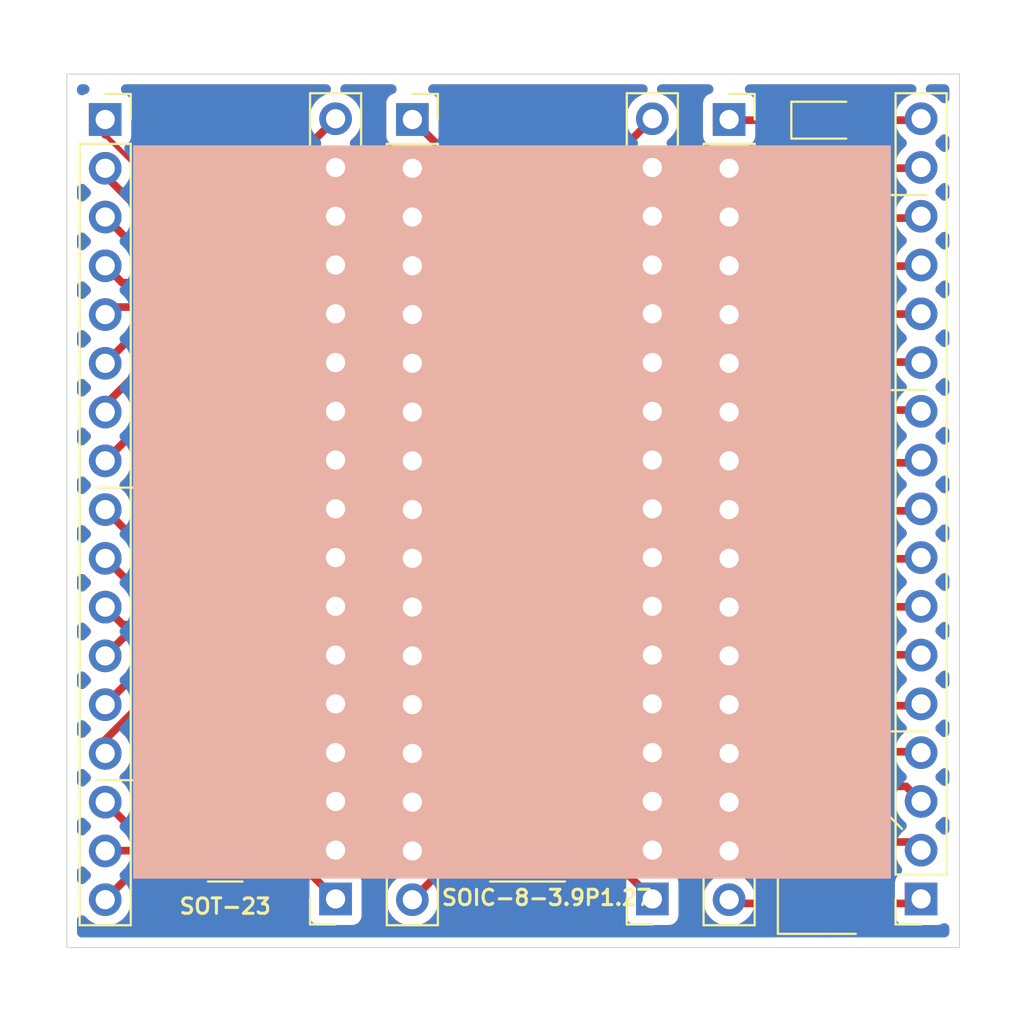
<source format=kicad_pcb>
(kicad_pcb (version 20171130) (host pcbnew 5.1.10)
  (layers (0 F.Cu signal) (31 B.Cu signal) (34 B.Paste user) (35 F.Paste user) (36 B.SilkS user) (37 F.SilkS user) (38 B.Mask user) (39 F.Mask user) (44 Edge.Cuts user))
  (net 0 "")
  (net 1 "Net-(J1-Pad2)")
  (net 2 "Net-(J1-Pad1)")
  (net 3 "Net-(J10-Pad2)")
  (net 4 "Net-(J10-Pad1)")
  (net 5 "Net-(J12-Pad6)")
  (net 6 "Net-(J12-Pad5)")
  (net 7 "Net-(J12-Pad4)")
  (net 8 "Net-(J12-Pad3)")
  (net 9 "Net-(J12-Pad2)")
  (net 10 "Net-(J12-Pad1)")
  (net 11 "Net-(J13-Pad12)")
  (net 12 "Net-(J13-Pad11)")
  (net 13 "Net-(J13-Pad10)")
  (net 14 "Net-(J13-Pad9)")
  (net 15 "Net-(J13-Pad8)")
  (net 16 "Net-(J13-Pad7)")
  (net 17 "Net-(J17-Pad2)")
  (net 18 "Net-(J18-Pad16)")
  (net 19 "Net-(J16-Pad2)")
  (net 20 "Net-(J18-Pad15)")
  (net 21 "Net-(J16-Pad3)")
  (net 22 "Net-(J12-Pad17)")
  (net 23 "Net-(J12-Pad16)")
  (net 24 "Net-(J12-Pad15)")
  (net 25 "Net-(J12-Pad14)")
  (net 26 "Net-(J12-Pad13)")
  (net 27 "Net-(J12-Pad12)")
  (net 28 "Net-(J12-Pad11)")
  (net 29 "Net-(J12-Pad10)")
  (net 30 "Net-(J11-Pad8)")
  (net 31 "Net-(J11-Pad7)")
  (net 32 "Net-(J11-Pad6)")
  (net 33 "Net-(J11-Pad5)")
  (net 34 "Net-(J11-Pad4)")
  (net 35 "Net-(J11-Pad3)")
  (net 36 "Net-(J11-Pad2)")
  (net 37 "Net-(J11-Pad1)")
  (net 38 "Net-(J15-Pad17)")
  (net 39 "Net-(J15-Pad16)")
  (net 40 "Net-(J15-Pad15)")
  (net 41 "Net-(J15-Pad14)")
  (net 42 "Net-(J15-Pad13)")
  (net 43 "Net-(J15-Pad12)")
  (net 44 "Net-(J15-Pad11)")
  (net 45 "Net-(J13-Pad6)")
  (net 46 "Net-(J13-Pad5)")
  (net 47 "Net-(J13-Pad4)")
  (net 48 "Net-(J13-Pad3)")
  (net 49 "Net-(J13-Pad2)")
  (net 50 "Net-(J13-Pad1)")
  (net 51 "Net-(J18-Pad14)")
  (net 52 "Net-(J16-Pad4)")
  (net 53 "Net-(J18-Pad13)")
  (net 54 "Net-(J16-Pad5)")
  (net 55 "Net-(J18-Pad12)")
  (net 56 "Net-(J16-Pad6)")
  (net 57 "Net-(J18-Pad11)")
  (net 58 "Net-(J16-Pad7)")
  (net 59 "Net-(J14-Pad5)")
  (net 60 "Net-(J14-Pad6)")
  (net 61 "Net-(J14-Pad4)")
  (net 62 "Net-(J16-Pad9)")
  (net 63 "Net-(J18-Pad8)")
  (net 64 "Net-(J16-Pad10)")
  (net 65 "Net-(J12-Pad9)")
  (net 66 "Net-(J12-Pad8)")
  (net 67 "Net-(J12-Pad7)")
  (net 68 "Net-(J11-Pad14)")
  (net 69 "Net-(J11-Pad13)")
  (net 70 "Net-(J11-Pad12)")
  (net 71 "Net-(J11-Pad11)")
  (net 72 "Net-(J11-Pad10)")
  (net 73 "Net-(J11-Pad9)")
  (net 74 "Net-(J18-Pad7)")
  (net 75 "Net-(J16-Pad11)")
  (net 76 "Net-(J15-Pad6)")
  (net 77 "Net-(J15-Pad7)")
  (net 78 "Net-(J15-Pad5)")
  (net 79 "Net-(J13-Pad13)")
  (net 80 "Net-(J18-Pad6)")
  (net 81 "Net-(J16-Pad12)")
  (net 82 "Net-(J18-Pad5)")
  (net 83 "Net-(J16-Pad13)")
  (net 84 "Net-(J15-Pad4)")
  (net 85 "Net-(J15-Pad3)")
  (net 86 "Net-(J15-Pad2)")
  (net 87 "Net-(J15-Pad1)")
  (net 88 "Net-(J13-Pad17)")
  (net 89 "Net-(J13-Pad16)")
  (net 90 "Net-(J13-Pad15)")
  (net 91 "Net-(J13-Pad14)")
  (net 92 "Net-(J18-Pad3)")
  (net 93 "Net-(J16-Pad15)")
  (net 94 "Net-(J11-Pad17)")
  (net 95 "Net-(J11-Pad16)")
  (net 96 "Net-(J11-Pad15)")
  (net 97 "Net-(J18-Pad2)")
  (net 98 "Net-(J16-Pad16)")
  (net 99 "Net-(J18-Pad1)")
  (net 100 "Net-(J16-Pad17)")
  (net 101 "Net-(J16-Pad1)")
  (net 102 "Net-(J18-Pad17)")
  (module Package_SO:MSOP-12-1EP_3x4mm_P0.65mm_EP1.65x2.85mm (layer F.Cu) (at 44.5 73.5)
    (fp_text reference J20 hide)
    (fp_text value MSOP-12-3P0.65 (at 2.4 2.95) (layer F.SilkS))
    (pad 13 smd rect (at 0 0) (size 1.65 2.85) (layers F.Cu F.Mask))
    (pad 12 smd roundrect (at 2.15 -1.625) (size 1.45 0.4) (layers F.Cu F.Paste F.Mask) (net 65 "Net-(J12-Pad9)"))
    (pad 11 smd roundrect (at 2.15 -0.975) (size 1.45 0.4) (layers F.Cu F.Paste F.Mask) (net 66 "Net-(J12-Pad8)"))
    (pad 10 smd roundrect (at 2.15 -0.325) (size 1.45 0.4) (layers F.Cu F.Paste F.Mask) (net 67 "Net-(J12-Pad7)"))
    (pad 9 smd roundrect (at 2.15 0.325) (size 1.45 0.4) (layers F.Cu F.Paste F.Mask) (net 5 "Net-(J12-Pad6)"))
    (pad 8 smd roundrect (at 2.15 0.975) (size 1.45 0.4) (layers F.Cu F.Paste F.Mask) (net 6 "Net-(J12-Pad5)"))
    (pad 7 smd roundrect (at 2.15 1.625) (size 1.45 0.4) (layers F.Cu F.Paste F.Mask) (net 7 "Net-(J12-Pad4)"))
    (pad 6 smd roundrect (at -2.15 1.625) (size 1.45 0.4) (layers F.Cu F.Paste F.Mask) (net 68 "Net-(J11-Pad14)"))
    (pad 5 smd roundrect (at -2.15 0.975) (size 1.45 0.4) (layers F.Cu F.Paste F.Mask) (net 69 "Net-(J11-Pad13)"))
    (pad 4 smd roundrect (at -2.15 0.325) (size 1.45 0.4) (layers F.Cu F.Paste F.Mask) (net 70 "Net-(J11-Pad12)"))
    (pad 3 smd roundrect (at -2.15 -0.325) (size 1.45 0.4) (layers F.Cu F.Paste F.Mask) (net 71 "Net-(J11-Pad11)"))
    (pad 2 smd roundrect (at -2.15 -0.975) (size 1.45 0.4) (layers F.Cu F.Paste F.Mask) (net 72 "Net-(J11-Pad10)"))
    (pad 1 smd roundrect (at -2.15 -1.625) (size 1.45 0.4) (layers F.Cu F.Paste F.Mask) (net 73 "Net-(J11-Pad9)"))
  )
  (module Connector_PinSocket_2.54mm:PinSocket_1x17_P2.54mm_Vertical (layer F.Cu) (at 81 87.464999 180)
    (fp_text reference J18 hide)
    (fp_text value Conn_01x17 hide)
    (pad 17 thru_hole oval (at 0 40.64 180) (size 1.7 1.7) (drill 1) (layers *.Cu *.Mask) (net 102 "Net-(J18-Pad17)"))
    (pad 16 thru_hole oval (at 0 38.1 180) (size 1.7 1.7) (drill 1) (layers *.Cu *.Mask) (net 18 "Net-(J18-Pad16)"))
    (pad 15 thru_hole oval (at 0 35.56 180) (size 1.7 1.7) (drill 1) (layers *.Cu *.Mask) (net 20 "Net-(J18-Pad15)"))
    (pad 14 thru_hole oval (at 0 33.02 180) (size 1.7 1.7) (drill 1) (layers *.Cu *.Mask) (net 51 "Net-(J18-Pad14)"))
    (pad 13 thru_hole oval (at 0 30.48 180) (size 1.7 1.7) (drill 1) (layers *.Cu *.Mask) (net 53 "Net-(J18-Pad13)"))
    (pad 12 thru_hole oval (at 0 27.94 180) (size 1.7 1.7) (drill 1) (layers *.Cu *.Mask) (net 55 "Net-(J18-Pad12)"))
    (pad 11 thru_hole oval (at 0 25.4 180) (size 1.7 1.7) (drill 1) (layers *.Cu *.Mask) (net 57 "Net-(J18-Pad11)"))
    (pad 10 thru_hole oval (at 0 22.86 180) (size 1.7 1.7) (drill 1) (layers *.Cu *.Mask) (net 3 "Net-(J10-Pad2)"))
    (pad 9 thru_hole oval (at 0 20.32 180) (size 1.7 1.7) (drill 1) (layers *.Cu *.Mask) (net 17 "Net-(J17-Pad2)"))
    (pad 8 thru_hole oval (at 0 17.78 180) (size 1.7 1.7) (drill 1) (layers *.Cu *.Mask) (net 63 "Net-(J18-Pad8)"))
    (pad 7 thru_hole oval (at 0 15.24 180) (size 1.7 1.7) (drill 1) (layers *.Cu *.Mask) (net 74 "Net-(J18-Pad7)"))
    (pad 6 thru_hole oval (at 0 12.7 180) (size 1.7 1.7) (drill 1) (layers *.Cu *.Mask) (net 80 "Net-(J18-Pad6)"))
    (pad 5 thru_hole oval (at 0 10.16 180) (size 1.7 1.7) (drill 1) (layers *.Cu *.Mask) (net 82 "Net-(J18-Pad5)"))
    (pad 4 thru_hole oval (at 0 7.62 180) (size 1.7 1.7) (drill 1) (layers *.Cu *.Mask) (net 1 "Net-(J1-Pad2)"))
    (pad 3 thru_hole oval (at 0 5.08 180) (size 1.7 1.7) (drill 1) (layers *.Cu *.Mask) (net 92 "Net-(J18-Pad3)"))
    (pad 2 thru_hole oval (at 0 2.54 180) (size 1.7 1.7) (drill 1) (layers *.Cu *.Mask) (net 97 "Net-(J18-Pad2)"))
    (pad 1 thru_hole rect (at 0 0 180) (size 1.7 1.7) (drill 1) (layers *.Cu *.Mask) (net 99 "Net-(J18-Pad1)"))
  )
  (module Connector_PinSocket_2.54mm:PinSocket_1x17_P2.54mm_Vertical (layer F.Cu) (at 71 46.864999)
    (fp_text reference J16 hide)
    (fp_text value Conn_01x17 hide)
    (pad 17 thru_hole oval (at 0 40.64) (size 1.7 1.7) (drill 1) (layers *.Cu *.Mask) (net 100 "Net-(J16-Pad17)"))
    (pad 16 thru_hole oval (at 0 38.1) (size 1.7 1.7) (drill 1) (layers *.Cu *.Mask) (net 98 "Net-(J16-Pad16)"))
    (pad 15 thru_hole oval (at 0 35.56) (size 1.7 1.7) (drill 1) (layers *.Cu *.Mask) (net 93 "Net-(J16-Pad15)"))
    (pad 14 thru_hole oval (at 0 33.02) (size 1.7 1.7) (drill 1) (layers *.Cu *.Mask) (net 2 "Net-(J1-Pad1)"))
    (pad 13 thru_hole oval (at 0 30.48) (size 1.7 1.7) (drill 1) (layers *.Cu *.Mask) (net 83 "Net-(J16-Pad13)"))
    (pad 12 thru_hole oval (at 0 27.94) (size 1.7 1.7) (drill 1) (layers *.Cu *.Mask) (net 81 "Net-(J16-Pad12)"))
    (pad 11 thru_hole oval (at 0 25.4) (size 1.7 1.7) (drill 1) (layers *.Cu *.Mask) (net 75 "Net-(J16-Pad11)"))
    (pad 10 thru_hole oval (at 0 22.86) (size 1.7 1.7) (drill 1) (layers *.Cu *.Mask) (net 64 "Net-(J16-Pad10)"))
    (pad 9 thru_hole oval (at 0 20.32) (size 1.7 1.7) (drill 1) (layers *.Cu *.Mask) (net 62 "Net-(J16-Pad9)"))
    (pad 8 thru_hole oval (at 0 17.78) (size 1.7 1.7) (drill 1) (layers *.Cu *.Mask) (net 4 "Net-(J10-Pad1)"))
    (pad 7 thru_hole oval (at 0 15.24) (size 1.7 1.7) (drill 1) (layers *.Cu *.Mask) (net 58 "Net-(J16-Pad7)"))
    (pad 6 thru_hole oval (at 0 12.7) (size 1.7 1.7) (drill 1) (layers *.Cu *.Mask) (net 56 "Net-(J16-Pad6)"))
    (pad 5 thru_hole oval (at 0 10.16) (size 1.7 1.7) (drill 1) (layers *.Cu *.Mask) (net 54 "Net-(J16-Pad5)"))
    (pad 4 thru_hole oval (at 0 7.62) (size 1.7 1.7) (drill 1) (layers *.Cu *.Mask) (net 52 "Net-(J16-Pad4)"))
    (pad 3 thru_hole oval (at 0 5.08) (size 1.7 1.7) (drill 1) (layers *.Cu *.Mask) (net 21 "Net-(J16-Pad3)"))
    (pad 2 thru_hole oval (at 0 2.54) (size 1.7 1.7) (drill 1) (layers *.Cu *.Mask) (net 19 "Net-(J16-Pad2)"))
    (pad 1 thru_hole rect (at 0 0) (size 1.7 1.7) (drill 1) (layers *.Cu *.Mask) (net 101 "Net-(J16-Pad1)"))
  )
  (module Connector_PinSocket_2.54mm:PinSocket_1x17_P2.54mm_Vertical (layer F.Cu) (at 67 87.464999 180)
    (fp_text reference J15 hide)
    (fp_text value Conn_01x17 hide)
    (pad 17 thru_hole oval (at 0 40.64 180) (size 1.7 1.7) (drill 1) (layers *.Cu *.Mask) (net 38 "Net-(J15-Pad17)"))
    (pad 16 thru_hole oval (at 0 38.1 180) (size 1.7 1.7) (drill 1) (layers *.Cu *.Mask) (net 39 "Net-(J15-Pad16)"))
    (pad 15 thru_hole oval (at 0 35.56 180) (size 1.7 1.7) (drill 1) (layers *.Cu *.Mask) (net 40 "Net-(J15-Pad15)"))
    (pad 14 thru_hole oval (at 0 33.02 180) (size 1.7 1.7) (drill 1) (layers *.Cu *.Mask) (net 41 "Net-(J15-Pad14)"))
    (pad 13 thru_hole oval (at 0 30.48 180) (size 1.7 1.7) (drill 1) (layers *.Cu *.Mask) (net 42 "Net-(J15-Pad13)"))
    (pad 12 thru_hole oval (at 0 27.94 180) (size 1.7 1.7) (drill 1) (layers *.Cu *.Mask) (net 43 "Net-(J15-Pad12)"))
    (pad 11 thru_hole oval (at 0 25.4 180) (size 1.7 1.7) (drill 1) (layers *.Cu *.Mask) (net 44 "Net-(J15-Pad11)"))
    (pad 10 thru_hole oval (at 0 22.86 180) (size 1.7 1.7) (drill 1) (layers *.Cu *.Mask) (net 60 "Net-(J14-Pad6)"))
    (pad 9 thru_hole oval (at 0 20.32 180) (size 1.7 1.7) (drill 1) (layers *.Cu *.Mask) (net 59 "Net-(J14-Pad5)"))
    (pad 8 thru_hole oval (at 0 17.78 180) (size 1.7 1.7) (drill 1) (layers *.Cu *.Mask) (net 61 "Net-(J14-Pad4)"))
    (pad 7 thru_hole oval (at 0 15.24 180) (size 1.7 1.7) (drill 1) (layers *.Cu *.Mask) (net 77 "Net-(J15-Pad7)"))
    (pad 6 thru_hole oval (at 0 12.7 180) (size 1.7 1.7) (drill 1) (layers *.Cu *.Mask) (net 76 "Net-(J15-Pad6)"))
    (pad 5 thru_hole oval (at 0 10.16 180) (size 1.7 1.7) (drill 1) (layers *.Cu *.Mask) (net 78 "Net-(J15-Pad5)"))
    (pad 4 thru_hole oval (at 0 7.62 180) (size 1.7 1.7) (drill 1) (layers *.Cu *.Mask) (net 84 "Net-(J15-Pad4)"))
    (pad 3 thru_hole oval (at 0 5.08 180) (size 1.7 1.7) (drill 1) (layers *.Cu *.Mask) (net 85 "Net-(J15-Pad3)"))
    (pad 2 thru_hole oval (at 0 2.54 180) (size 1.7 1.7) (drill 1) (layers *.Cu *.Mask) (net 86 "Net-(J15-Pad2)"))
    (pad 1 thru_hole rect (at 0 0 180) (size 1.7 1.7) (drill 1) (layers *.Cu *.Mask) (net 87 "Net-(J15-Pad1)"))
  )
  (module Connector_PinSocket_2.54mm:PinSocket_1x17_P2.54mm_Vertical (layer F.Cu) (at 54.5 46.864999)
    (fp_text reference J13 hide)
    (fp_text value Conn_01x17 hide)
    (pad 17 thru_hole oval (at 0 40.64) (size 1.7 1.7) (drill 1) (layers *.Cu *.Mask) (net 88 "Net-(J13-Pad17)"))
    (pad 16 thru_hole oval (at 0 38.1) (size 1.7 1.7) (drill 1) (layers *.Cu *.Mask) (net 89 "Net-(J13-Pad16)"))
    (pad 15 thru_hole oval (at 0 35.56) (size 1.7 1.7) (drill 1) (layers *.Cu *.Mask) (net 90 "Net-(J13-Pad15)"))
    (pad 14 thru_hole oval (at 0 33.02) (size 1.7 1.7) (drill 1) (layers *.Cu *.Mask) (net 91 "Net-(J13-Pad14)"))
    (pad 13 thru_hole oval (at 0 30.48) (size 1.7 1.7) (drill 1) (layers *.Cu *.Mask) (net 79 "Net-(J13-Pad13)"))
    (pad 12 thru_hole oval (at 0 27.94) (size 1.7 1.7) (drill 1) (layers *.Cu *.Mask) (net 11 "Net-(J13-Pad12)"))
    (pad 11 thru_hole oval (at 0 25.4) (size 1.7 1.7) (drill 1) (layers *.Cu *.Mask) (net 12 "Net-(J13-Pad11)"))
    (pad 10 thru_hole oval (at 0 22.86) (size 1.7 1.7) (drill 1) (layers *.Cu *.Mask) (net 13 "Net-(J13-Pad10)"))
    (pad 9 thru_hole oval (at 0 20.32) (size 1.7 1.7) (drill 1) (layers *.Cu *.Mask) (net 14 "Net-(J13-Pad9)"))
    (pad 8 thru_hole oval (at 0 17.78) (size 1.7 1.7) (drill 1) (layers *.Cu *.Mask) (net 15 "Net-(J13-Pad8)"))
    (pad 7 thru_hole oval (at 0 15.24) (size 1.7 1.7) (drill 1) (layers *.Cu *.Mask) (net 16 "Net-(J13-Pad7)"))
    (pad 6 thru_hole oval (at 0 12.7) (size 1.7 1.7) (drill 1) (layers *.Cu *.Mask) (net 45 "Net-(J13-Pad6)"))
    (pad 5 thru_hole oval (at 0 10.16) (size 1.7 1.7) (drill 1) (layers *.Cu *.Mask) (net 46 "Net-(J13-Pad5)"))
    (pad 4 thru_hole oval (at 0 7.62) (size 1.7 1.7) (drill 1) (layers *.Cu *.Mask) (net 47 "Net-(J13-Pad4)"))
    (pad 3 thru_hole oval (at 0 5.08) (size 1.7 1.7) (drill 1) (layers *.Cu *.Mask) (net 48 "Net-(J13-Pad3)"))
    (pad 2 thru_hole oval (at 0 2.54) (size 1.7 1.7) (drill 1) (layers *.Cu *.Mask) (net 49 "Net-(J13-Pad2)"))
    (pad 1 thru_hole rect (at 0 0) (size 1.7 1.7) (drill 1) (layers *.Cu *.Mask) (net 50 "Net-(J13-Pad1)"))
  )
  (module Connector_PinSocket_2.54mm:PinSocket_1x17_P2.54mm_Vertical (layer F.Cu) (at 50.5 87.464999 180)
    (fp_text reference J12 hide)
    (fp_text value Conn_01x17 hide)
    (pad 17 thru_hole oval (at 0 40.64 180) (size 1.7 1.7) (drill 1) (layers *.Cu *.Mask) (net 22 "Net-(J12-Pad17)"))
    (pad 16 thru_hole oval (at 0 38.1 180) (size 1.7 1.7) (drill 1) (layers *.Cu *.Mask) (net 23 "Net-(J12-Pad16)"))
    (pad 15 thru_hole oval (at 0 35.56 180) (size 1.7 1.7) (drill 1) (layers *.Cu *.Mask) (net 24 "Net-(J12-Pad15)"))
    (pad 14 thru_hole oval (at 0 33.02 180) (size 1.7 1.7) (drill 1) (layers *.Cu *.Mask) (net 25 "Net-(J12-Pad14)"))
    (pad 13 thru_hole oval (at 0 30.48 180) (size 1.7 1.7) (drill 1) (layers *.Cu *.Mask) (net 26 "Net-(J12-Pad13)"))
    (pad 12 thru_hole oval (at 0 27.94 180) (size 1.7 1.7) (drill 1) (layers *.Cu *.Mask) (net 27 "Net-(J12-Pad12)"))
    (pad 11 thru_hole oval (at 0 25.4 180) (size 1.7 1.7) (drill 1) (layers *.Cu *.Mask) (net 28 "Net-(J12-Pad11)"))
    (pad 10 thru_hole oval (at 0 22.86 180) (size 1.7 1.7) (drill 1) (layers *.Cu *.Mask) (net 29 "Net-(J12-Pad10)"))
    (pad 9 thru_hole oval (at 0 20.32 180) (size 1.7 1.7) (drill 1) (layers *.Cu *.Mask) (net 65 "Net-(J12-Pad9)"))
    (pad 8 thru_hole oval (at 0 17.78 180) (size 1.7 1.7) (drill 1) (layers *.Cu *.Mask) (net 66 "Net-(J12-Pad8)"))
    (pad 7 thru_hole oval (at 0 15.24 180) (size 1.7 1.7) (drill 1) (layers *.Cu *.Mask) (net 67 "Net-(J12-Pad7)"))
    (pad 6 thru_hole oval (at 0 12.7 180) (size 1.7 1.7) (drill 1) (layers *.Cu *.Mask) (net 5 "Net-(J12-Pad6)"))
    (pad 5 thru_hole oval (at 0 10.16 180) (size 1.7 1.7) (drill 1) (layers *.Cu *.Mask) (net 6 "Net-(J12-Pad5)"))
    (pad 4 thru_hole oval (at 0 7.62 180) (size 1.7 1.7) (drill 1) (layers *.Cu *.Mask) (net 7 "Net-(J12-Pad4)"))
    (pad 3 thru_hole oval (at 0 5.08 180) (size 1.7 1.7) (drill 1) (layers *.Cu *.Mask) (net 8 "Net-(J12-Pad3)"))
    (pad 2 thru_hole oval (at 0 2.54 180) (size 1.7 1.7) (drill 1) (layers *.Cu *.Mask) (net 9 "Net-(J12-Pad2)"))
    (pad 1 thru_hole rect (at 0 0 180) (size 1.7 1.7) (drill 1) (layers *.Cu *.Mask) (net 10 "Net-(J12-Pad1)"))
  )
  (module Connector_PinSocket_2.54mm:PinSocket_1x17_P2.54mm_Vertical (layer F.Cu) (at 38.5 46.864999)
    (fp_text reference J11 hide)
    (fp_text value Conn_01x17 hide)
    (pad 17 thru_hole oval (at 0 40.64) (size 1.7 1.7) (drill 1) (layers *.Cu *.Mask) (net 94 "Net-(J11-Pad17)"))
    (pad 16 thru_hole oval (at 0 38.1) (size 1.7 1.7) (drill 1) (layers *.Cu *.Mask) (net 95 "Net-(J11-Pad16)"))
    (pad 15 thru_hole oval (at 0 35.56) (size 1.7 1.7) (drill 1) (layers *.Cu *.Mask) (net 96 "Net-(J11-Pad15)"))
    (pad 14 thru_hole oval (at 0 33.02) (size 1.7 1.7) (drill 1) (layers *.Cu *.Mask) (net 68 "Net-(J11-Pad14)"))
    (pad 13 thru_hole oval (at 0 30.48) (size 1.7 1.7) (drill 1) (layers *.Cu *.Mask) (net 69 "Net-(J11-Pad13)"))
    (pad 12 thru_hole oval (at 0 27.94) (size 1.7 1.7) (drill 1) (layers *.Cu *.Mask) (net 70 "Net-(J11-Pad12)"))
    (pad 11 thru_hole oval (at 0 25.4) (size 1.7 1.7) (drill 1) (layers *.Cu *.Mask) (net 71 "Net-(J11-Pad11)"))
    (pad 10 thru_hole oval (at 0 22.86) (size 1.7 1.7) (drill 1) (layers *.Cu *.Mask) (net 72 "Net-(J11-Pad10)"))
    (pad 9 thru_hole oval (at 0 20.32) (size 1.7 1.7) (drill 1) (layers *.Cu *.Mask) (net 73 "Net-(J11-Pad9)"))
    (pad 8 thru_hole oval (at 0 17.78) (size 1.7 1.7) (drill 1) (layers *.Cu *.Mask) (net 30 "Net-(J11-Pad8)"))
    (pad 7 thru_hole oval (at 0 15.24) (size 1.7 1.7) (drill 1) (layers *.Cu *.Mask) (net 31 "Net-(J11-Pad7)"))
    (pad 6 thru_hole oval (at 0 12.7) (size 1.7 1.7) (drill 1) (layers *.Cu *.Mask) (net 32 "Net-(J11-Pad6)"))
    (pad 5 thru_hole oval (at 0 10.16) (size 1.7 1.7) (drill 1) (layers *.Cu *.Mask) (net 33 "Net-(J11-Pad5)"))
    (pad 4 thru_hole oval (at 0 7.62) (size 1.7 1.7) (drill 1) (layers *.Cu *.Mask) (net 34 "Net-(J11-Pad4)"))
    (pad 3 thru_hole oval (at 0 5.08) (size 1.7 1.7) (drill 1) (layers *.Cu *.Mask) (net 35 "Net-(J11-Pad3)"))
    (pad 2 thru_hole oval (at 0 2.54) (size 1.7 1.7) (drill 1) (layers *.Cu *.Mask) (net 36 "Net-(J11-Pad2)"))
    (pad 1 thru_hole rect (at 0 0) (size 1.7 1.7) (drill 1) (layers *.Cu *.Mask) (net 37 "Net-(J11-Pad1)"))
  )
  (module Package_TO_SOT_SMD:SOT-23-6_Handsoldering (layer F.Cu) (at 44.75 84.95)
    (fp_text reference J28 hide)
    (fp_text value SOT-23 (at 0 2.9) (layer F.SilkS) (effects (font (size 0.8 0.8) (thickness 0.16))))
    (pad 5 smd rect (at 1.35 0) (size 1.56 0.65) (layers F.Cu F.Paste F.Mask) (net 9 "Net-(J12-Pad2)"))
    (pad 6 smd rect (at 1.35 -0.95) (size 1.56 0.65) (layers F.Cu F.Paste F.Mask) (net 8 "Net-(J12-Pad3)"))
    (pad 4 smd rect (at 1.35 0.95) (size 1.56 0.65) (layers F.Cu F.Paste F.Mask) (net 10 "Net-(J12-Pad1)"))
    (pad 3 smd rect (at -1.35 0.95) (size 1.56 0.65) (layers F.Cu F.Paste F.Mask) (net 94 "Net-(J11-Pad17)"))
    (pad 2 smd rect (at -1.35 0) (size 1.56 0.65) (layers F.Cu F.Paste F.Mask) (net 95 "Net-(J11-Pad16)"))
    (pad 1 smd rect (at -1.35 -0.95) (size 1.56 0.65) (layers F.Cu F.Paste F.Mask) (net 96 "Net-(J11-Pad15)"))
  )
  (module Package_SO:SOIC-8_3.9x4.9mm_P1.27mm (layer F.Cu) (at 60.5 84)
    (fp_text reference J26 hide)
    (fp_text value SOIC-8-3.9P1.27 (at 1 3.4) (layer F.SilkS) (effects (font (size 0.8 0.8) (thickness 0.16))))
    (pad 8 smd roundrect (at 2.475 -1.905) (size 1.95 0.6) (layers F.Cu F.Paste F.Mask) (net 84 "Net-(J15-Pad4)"))
    (pad 7 smd roundrect (at 2.475 -0.635) (size 1.95 0.6) (layers F.Cu F.Paste F.Mask) (net 85 "Net-(J15-Pad3)"))
    (pad 6 smd roundrect (at 2.475 0.635) (size 1.95 0.6) (layers F.Cu F.Paste F.Mask) (net 86 "Net-(J15-Pad2)"))
    (pad 5 smd roundrect (at 2.475 1.905) (size 1.95 0.6) (layers F.Cu F.Paste F.Mask) (net 87 "Net-(J15-Pad1)"))
    (pad 4 smd roundrect (at -2.475 1.905) (size 1.95 0.6) (layers F.Cu F.Paste F.Mask) (net 88 "Net-(J13-Pad17)"))
    (pad 3 smd roundrect (at -2.475 0.635) (size 1.95 0.6) (layers F.Cu F.Paste F.Mask) (net 89 "Net-(J13-Pad16)"))
    (pad 2 smd roundrect (at -2.475 -0.635) (size 1.95 0.6) (layers F.Cu F.Paste F.Mask) (net 90 "Net-(J13-Pad15)"))
    (pad 1 smd roundrect (at -2.475 -1.905) (size 1.95 0.6) (layers F.Cu F.Paste F.Mask) (net 91 "Net-(J13-Pad14)"))
  )
  (module Package_TO_SOT_SMD:SOT-23-6_Handsoldering (layer F.Cu) (at 60.85 75)
    (fp_text reference J22 hide)
    (fp_text value SOT-23 (at 0 2.9) (layer F.SilkS) (effects (font (size 0.8 0.8) (thickness 0.16))))
    (pad 5 smd rect (at 1.35 0) (size 1.56 0.65) (layers F.Cu F.Paste F.Mask) (net 76 "Net-(J15-Pad6)"))
    (pad 6 smd rect (at 1.35 -0.95) (size 1.56 0.65) (layers F.Cu F.Paste F.Mask) (net 77 "Net-(J15-Pad7)"))
    (pad 4 smd rect (at 1.35 0.95) (size 1.56 0.65) (layers F.Cu F.Paste F.Mask) (net 78 "Net-(J15-Pad5)"))
    (pad 3 smd rect (at -1.35 0.95) (size 1.56 0.65) (layers F.Cu F.Paste F.Mask) (net 79 "Net-(J13-Pad13)"))
    (pad 2 smd rect (at -1.35 0) (size 1.56 0.65) (layers F.Cu F.Paste F.Mask) (net 11 "Net-(J13-Pad12)"))
    (pad 1 smd rect (at -1.35 -0.95) (size 1.56 0.65) (layers F.Cu F.Paste F.Mask) (net 12 "Net-(J13-Pad11)"))
  )
  (module Diode_SMD:D_0603_1608Metric_Pad1.05x0.95mm_HandSolder (layer F.Cu) (at 76 72.25)
    (fp_text reference J21 hide)
    (fp_text value 0603 hide)
    (pad 2 smd roundrect (at 0.875 0) (size 1.05 0.95) (layers F.Cu F.Paste F.Mask) (net 74 "Net-(J18-Pad7)"))
    (pad 1 smd roundrect (at -0.875 0) (size 1.05 0.95) (layers F.Cu F.Paste F.Mask) (net 75 "Net-(J16-Pad11)"))
  )
  (module Diode_SMD:D_0603_1608Metric_Pad1.05x0.95mm_HandSolder (layer F.Cu) (at 76 69.75)
    (fp_text reference J19 hide)
    (fp_text value 0603 hide)
    (pad 2 smd roundrect (at 0.875 0) (size 1.05 0.95) (layers F.Cu F.Paste F.Mask) (net 63 "Net-(J18-Pad8)"))
    (pad 1 smd roundrect (at -0.875 0) (size 1.05 0.95) (layers F.Cu F.Paste F.Mask) (net 64 "Net-(J16-Pad10)"))
  )
  (module Diode_SMD:D_0603_1608Metric_Pad1.05x0.95mm_HandSolder (layer F.Cu) (at 76 67.25)
    (fp_text reference J17 hide)
    (fp_text value 0603 hide)
    (pad 2 smd roundrect (at 0.875 0) (size 1.05 0.95) (layers F.Cu F.Paste F.Mask) (net 17 "Net-(J17-Pad2)"))
    (pad 1 smd roundrect (at -0.875 0) (size 1.05 0.95) (layers F.Cu F.Paste F.Mask) (net 62 "Net-(J16-Pad9)"))
  )
  (module Diode_SMD:D_0402_1005Metric_Pad0.77x0.64mm_HandSolder (layer F.Cu) (at 76 59.5)
    (fp_text reference J8 hide)
    (fp_text value 0402 hide)
    (pad 1 smd roundrect (at -0.5725 0) (size 0.765 0.64) (layers F.Cu F.Paste F.Mask) (net 56 "Net-(J16-Pad6)"))
    (pad 2 smd roundrect (at 0.5725 0) (size 0.765 0.64) (layers F.Cu F.Paste F.Mask) (net 55 "Net-(J18-Pad12)"))
  )
  (module Diode_SMD:D_0402_1005Metric_Pad0.77x0.64mm_HandSolder (layer F.Cu) (at 76 57)
    (fp_text reference J7 hide)
    (fp_text value 0402 hide)
    (pad 1 smd roundrect (at -0.5725 0) (size 0.765 0.64) (layers F.Cu F.Paste F.Mask) (net 54 "Net-(J16-Pad5)"))
    (pad 2 smd roundrect (at 0.5725 0) (size 0.765 0.64) (layers F.Cu F.Paste F.Mask) (net 53 "Net-(J18-Pad13)"))
  )
  (module Diode_SMD:D_1210_3225Metric_Pad1.42x2.65mm_HandSolder (layer F.Cu) (at 76 87.7)
    (fp_text reference J30 hide)
    (fp_text value 1210 hide)
    (pad 2 smd roundrect (at 1.4875 0) (size 1.425 2.65) (layers F.Cu F.Paste F.Mask) (roundrect_rratio 0.1754385964912281) (net 99 "Net-(J18-Pad1)"))
    (pad 1 smd roundrect (at -1.4875 0) (size 1.425 2.65) (layers F.Cu F.Paste F.Mask) (roundrect_rratio 0.1754385964912281) (net 100 "Net-(J16-Pad17)"))
  )
  (module Diode_SMD:D_1210_3225Metric_Pad1.42x2.65mm_HandSolder (layer F.Cu) (at 76 84.5)
    (fp_text reference J29 hide)
    (fp_text value 1210 hide)
    (pad 2 smd roundrect (at 1.4875 0) (size 1.425 2.65) (layers F.Cu F.Paste F.Mask) (roundrect_rratio 0.1754385964912281) (net 97 "Net-(J18-Pad2)"))
    (pad 1 smd roundrect (at -1.4875 0) (size 1.425 2.65) (layers F.Cu F.Paste F.Mask) (roundrect_rratio 0.1754385964912281) (net 98 "Net-(J16-Pad16)"))
  )
  (module Package_TO_SOT_SMD:SOT-23-6_Handsoldering (layer F.Cu) (at 60.65 67.05)
    (fp_text reference J14 hide)
    (fp_text value SOT-23 (at 0 2.9) (layer F.SilkS) (effects (font (size 0.8 0.8) (thickness 0.16))))
    (pad 5 smd rect (at 1.35 0) (size 1.56 0.65) (layers F.Cu F.Paste F.Mask) (net 59 "Net-(J14-Pad5)"))
    (pad 6 smd rect (at 1.35 -0.95) (size 1.56 0.65) (layers F.Cu F.Paste F.Mask) (net 60 "Net-(J14-Pad6)"))
    (pad 4 smd rect (at 1.35 0.95) (size 1.56 0.65) (layers F.Cu F.Paste F.Mask) (net 61 "Net-(J14-Pad4)"))
    (pad 3 smd rect (at -1.35 0.95) (size 1.56 0.65) (layers F.Cu F.Paste F.Mask) (net 13 "Net-(J13-Pad10)"))
    (pad 2 smd rect (at -1.35 0) (size 1.56 0.65) (layers F.Cu F.Paste F.Mask) (net 14 "Net-(J13-Pad9)"))
    (pad 1 smd rect (at -1.35 -0.95) (size 1.56 0.65) (layers F.Cu F.Paste F.Mask) (net 15 "Net-(J13-Pad8)"))
  )
  (module Diode_SMD:D_0805_2012Metric_Pad1.15x1.40mm_HandSolder (layer F.Cu) (at 76.1 49.4)
    (fp_text reference J27 hide)
    (fp_text value 0805 hide)
    (pad 2 smd roundrect (at 1.025 0) (size 1.15 1.4) (layers F.Cu F.Paste F.Mask) (roundrect_rratio 0.2173904347826087) (net 18 "Net-(J18-Pad16)"))
    (pad 1 smd roundrect (at -1.025 0) (size 1.15 1.4) (layers F.Cu F.Paste F.Mask) (roundrect_rratio 0.2173904347826087) (net 19 "Net-(J16-Pad2)"))
  )
  (module Diode_SMD:D_0805_2012Metric_Pad1.15x1.40mm_HandSolder (layer F.Cu) (at 76.1 46.9)
    (fp_text reference J25 hide)
    (fp_text value 0805 hide)
    (pad 2 smd roundrect (at 1.025 0) (size 1.15 1.4) (layers F.Cu F.Paste F.Mask) (roundrect_rratio 0.2173904347826087) (net 102 "Net-(J18-Pad17)"))
    (pad 1 smd roundrect (at -1.025 0) (size 1.15 1.4) (layers F.Cu F.Paste F.Mask) (roundrect_rratio 0.2173904347826087) (net 101 "Net-(J16-Pad1)"))
  )
  (module Package_SO:TSSOP-14-1EP_4.4x5mm_P0.65mm (layer F.Cu) (at 60.75 54.65)
    (fp_text reference J5 hide)
    (fp_text value TSSOP-14-4.4P0.65 (at 1.75 3.55) (layer F.SilkS) (effects (font (size 0.8 0.8) (thickness 0.16))))
    (pad 15 smd rect (at -0.75 -0.9) (size 1.5 1.8) (layers F.Cu F.Paste F.Mask))
    (pad 14 smd rect (at 2.95 -1.95) (size 1.45 0.45) (layers F.Cu F.Paste F.Mask) (net 38 "Net-(J15-Pad17)"))
    (pad 13 smd rect (at 2.95 -1.3) (size 1.45 0.45) (layers F.Cu F.Paste F.Mask) (net 39 "Net-(J15-Pad16)"))
    (pad 12 smd rect (at 2.95 -0.65) (size 1.45 0.45) (layers F.Cu F.Paste F.Mask) (net 40 "Net-(J15-Pad15)"))
    (pad 11 smd rect (at 2.95 0) (size 1.45 0.45) (layers F.Cu F.Paste F.Mask) (net 41 "Net-(J15-Pad14)"))
    (pad 10 smd rect (at 2.95 0.65) (size 1.45 0.45) (layers F.Cu F.Paste F.Mask) (net 42 "Net-(J15-Pad13)"))
    (pad 9 smd rect (at 2.95 1.3) (size 1.45 0.45) (layers F.Cu F.Paste F.Mask) (net 43 "Net-(J15-Pad12)"))
    (pad 8 smd rect (at 2.95 1.95) (size 1.45 0.45) (layers F.Cu F.Paste F.Mask) (net 44 "Net-(J15-Pad11)"))
    (pad 7 smd rect (at -2.95 1.95) (size 1.45 0.45) (layers F.Cu F.Paste F.Mask) (net 16 "Net-(J13-Pad7)"))
    (pad 6 smd rect (at -2.95 1.3) (size 1.45 0.45) (layers F.Cu F.Paste F.Mask) (net 45 "Net-(J13-Pad6)"))
    (pad 5 smd rect (at -2.95 0.65) (size 1.45 0.45) (layers F.Cu F.Paste F.Mask) (net 46 "Net-(J13-Pad5)"))
    (pad 4 smd rect (at -2.95 0) (size 1.45 0.45) (layers F.Cu F.Paste F.Mask) (net 47 "Net-(J13-Pad4)"))
    (pad 3 smd rect (at -2.95 -0.65) (size 1.45 0.45) (layers F.Cu F.Paste F.Mask) (net 48 "Net-(J13-Pad3)"))
    (pad 2 smd rect (at -2.95 -1.3) (size 1.45 0.45) (layers F.Cu F.Paste F.Mask) (net 49 "Net-(J13-Pad2)"))
    (pad 1 smd rect (at -2.95 -1.95) (size 1.45 0.45) (layers F.Cu F.Paste F.Mask) (net 50 "Net-(J13-Pad1)"))
    (pad 15 smd rect (at 0.75 -0.9) (size 1.5 1.8) (layers F.Cu F.Paste F.Mask))
    (pad 15 smd rect (at 0.75 0.9) (size 1.5 1.8) (layers F.Cu F.Paste F.Mask))
    (pad 15 smd rect (at -0.75 0.9) (size 1.5 1.8) (layers F.Cu F.Paste F.Mask))
  )
  (module Diode_SMD:D_0603_1608Metric_Pad1.05x0.95mm_HandSolder (layer F.Cu) (at 76 77.4)
    (fp_text reference J24 hide)
    (fp_text value 0603 hide)
    (pad 2 smd roundrect (at 0.875 0) (size 1.05 0.95) (layers F.Cu F.Paste F.Mask) (net 82 "Net-(J18-Pad5)"))
    (pad 1 smd roundrect (at -0.875 0) (size 1.05 0.95) (layers F.Cu F.Paste F.Mask) (net 83 "Net-(J16-Pad13)"))
  )
  (module Diode_SMD:D_0603_1608Metric_Pad1.05x0.95mm_HandSolder (layer F.Cu) (at 76 74.75)
    (fp_text reference J23 hide)
    (fp_text value 0603 hide)
    (pad 2 smd roundrect (at 0.875 0) (size 1.05 0.95) (layers F.Cu F.Paste F.Mask) (net 80 "Net-(J18-Pad6)"))
    (pad 1 smd roundrect (at -0.875 0) (size 1.05 0.95) (layers F.Cu F.Paste F.Mask) (net 81 "Net-(J16-Pad12)"))
  )
  (module Diode_SMD:D_0603_1608Metric_Pad1.05x0.95mm_HandSolder (layer F.Cu) (at 76 64.75)
    (fp_text reference J10 hide)
    (fp_text value 0603 hide)
    (pad 2 smd roundrect (at 0.875 0) (size 1.05 0.95) (layers F.Cu F.Paste F.Mask) (net 3 "Net-(J10-Pad2)"))
    (pad 1 smd roundrect (at -0.875 0) (size 1.05 0.95) (layers F.Cu F.Paste F.Mask) (net 4 "Net-(J10-Pad1)"))
  )
  (module Diode_SMD:D_0603_1608Metric_Pad1.05x0.95mm_HandSolder (layer F.Cu) (at 76 62)
    (fp_text reference J9 hide)
    (fp_text value 0603 hide)
    (pad 2 smd roundrect (at 0.875 0) (size 1.05 0.95) (layers F.Cu F.Paste F.Mask) (net 57 "Net-(J18-Pad11)"))
    (pad 1 smd roundrect (at -0.875 0) (size 1.05 0.95) (layers F.Cu F.Paste F.Mask) (net 58 "Net-(J16-Pad7)"))
  )
  (module Diode_SMD:D_0402_1005Metric_Pad0.77x0.64mm_HandSolder (layer F.Cu) (at 76 54.5)
    (fp_text reference J6 hide)
    (fp_text value 0402 hide)
    (pad 1 smd roundrect (at -0.5725 0) (size 0.765 0.64) (layers F.Cu F.Paste F.Mask) (net 52 "Net-(J16-Pad4)"))
    (pad 2 smd roundrect (at 0.5725 0) (size 0.765 0.64) (layers F.Cu F.Paste F.Mask) (net 51 "Net-(J18-Pad14)"))
  )
  (module Diode_SMD:D_0402_1005Metric_Pad0.77x0.64mm_HandSolder (layer F.Cu) (at 76 52)
    (fp_text reference J3 hide)
    (fp_text value 0402 hide)
    (pad 1 smd roundrect (at -0.5725 0) (size 0.765 0.64) (layers F.Cu F.Paste F.Mask) (net 21 "Net-(J16-Pad3)"))
    (pad 2 smd roundrect (at 0.5725 0) (size 0.765 0.64) (layers F.Cu F.Paste F.Mask) (net 20 "Net-(J18-Pad15)"))
  )
  (module Diode_SMD:D_0402_1005Metric_Pad0.77x0.64mm_HandSolder (layer F.Cu) (at 76 81.6)
    (fp_text reference J2 hide)
    (fp_text value 0402 hide)
    (pad 1 smd roundrect (at -0.5725 0) (size 0.765 0.64) (layers F.Cu F.Paste F.Mask) (net 93 "Net-(J16-Pad15)"))
    (pad 2 smd roundrect (at 0.5725 0) (size 0.765 0.64) (layers F.Cu F.Paste F.Mask) (net 92 "Net-(J18-Pad3)"))
  )
  (module Package_SO:SOIC-16_3.9x9.9mm_P1.27mm (layer F.Cu) (at 44.5 56)
    (fp_text reference J4 hide)
    (fp_text value SOIC-16-3.9P1.27 (at 1.5 6) (layer F.SilkS) (effects (font (size 0.8 0.8) (thickness 0.16))))
    (pad 1 smd roundrect (at -2.475 -4.445) (size 1.95 0.6) (layers F.Cu F.Paste F.Mask) (net 37 "Net-(J11-Pad1)"))
    (pad 2 smd roundrect (at -2.475 -3.175) (size 1.95 0.6) (layers F.Cu F.Paste F.Mask) (net 36 "Net-(J11-Pad2)"))
    (pad 3 smd roundrect (at -2.475 -1.905) (size 1.95 0.6) (layers F.Cu F.Paste F.Mask) (net 35 "Net-(J11-Pad3)"))
    (pad 4 smd roundrect (at -2.475 -0.635) (size 1.95 0.6) (layers F.Cu F.Paste F.Mask) (net 34 "Net-(J11-Pad4)"))
    (pad 5 smd roundrect (at -2.475 0.635) (size 1.95 0.6) (layers F.Cu F.Paste F.Mask) (net 33 "Net-(J11-Pad5)"))
    (pad 6 smd roundrect (at -2.475 1.905) (size 1.95 0.6) (layers F.Cu F.Paste F.Mask) (net 32 "Net-(J11-Pad6)"))
    (pad 7 smd roundrect (at -2.475 3.175) (size 1.95 0.6) (layers F.Cu F.Paste F.Mask) (net 31 "Net-(J11-Pad7)"))
    (pad 8 smd roundrect (at -2.475 4.445) (size 1.95 0.6) (layers F.Cu F.Paste F.Mask) (net 30 "Net-(J11-Pad8)"))
    (pad 9 smd roundrect (at 2.475 4.445) (size 1.95 0.6) (layers F.Cu F.Paste F.Mask) (net 29 "Net-(J12-Pad10)"))
    (pad 10 smd roundrect (at 2.475 3.175) (size 1.95 0.6) (layers F.Cu F.Paste F.Mask) (net 28 "Net-(J12-Pad11)"))
    (pad 11 smd roundrect (at 2.475 1.905) (size 1.95 0.6) (layers F.Cu F.Paste F.Mask) (net 27 "Net-(J12-Pad12)"))
    (pad 12 smd roundrect (at 2.475 0.635) (size 1.95 0.6) (layers F.Cu F.Paste F.Mask) (net 26 "Net-(J12-Pad13)"))
    (pad 13 smd roundrect (at 2.475 -0.635) (size 1.95 0.6) (layers F.Cu F.Paste F.Mask) (net 25 "Net-(J12-Pad14)"))
    (pad 14 smd roundrect (at 2.475 -1.905) (size 1.95 0.6) (layers F.Cu F.Paste F.Mask) (net 24 "Net-(J12-Pad15)"))
    (pad 15 smd roundrect (at 2.475 -3.175) (size 1.95 0.6) (layers F.Cu F.Paste F.Mask) (net 23 "Net-(J12-Pad16)"))
    (pad 16 smd roundrect (at 2.475 -4.445) (size 1.95 0.6) (layers F.Cu F.Paste F.Mask) (net 22 "Net-(J12-Pad17)"))
  )
  (module Diode_SMD:D_0402_1005Metric_Pad0.77x0.64mm_HandSolder (layer F.Cu) (at 76 79.8)
    (fp_text reference J1 hide)
    (fp_text value 0402 hide)
    (pad 1 smd roundrect (at -0.5725 0) (size 0.765 0.64) (layers F.Cu F.Paste F.Mask) (net 2 "Net-(J1-Pad1)"))
    (pad 2 smd roundrect (at 0.5725 0) (size 0.765 0.64) (layers F.Cu F.Paste F.Mask) (net 1 "Net-(J1-Pad2)"))
  )
  (gr_poly (pts (xy 79.375 86.36) (xy 79.375 48.26) (xy 40.005 48.26) (xy 40.005 86.36)) (layer B.SilkS) (width 0.1))
  (gr_line (start 78.74 82.55) (end 80.01 83.82) (layer F.SilkS) (width 0.12))
  (gr_line (start 73.66 82.55) (end 78.74 82.55) (layer F.SilkS) (width 0.12))
  (gr_line (start 72.39 83.82) (end 73.66 82.55) (layer F.SilkS) (width 0.12))
  (gr_line (start 71.12 78.74) (end 81.28 78.74) (layer F.SilkS) (width 0.12))
  (gr_line (start 71.12 60.96) (end 81.28 60.96) (layer F.SilkS) (width 0.12))
  (gr_line (start 71.12 50.8) (end 81.28 50.8) (layer F.SilkS) (width 0.12))
  (gr_line (start 54.61 63.5) (end 67.31 63.5) (layer F.SilkS) (width 0.12))
  (gr_line (start 54.61 71.12) (end 67.31 71.12) (layer F.SilkS) (width 0.12))
  (gr_line (start 54.61 78.74) (end 67.31 78.74) (layer F.SilkS) (width 0.12))
  (gr_line (start 38.1 81.28) (end 50.8 81.28) (layer F.SilkS) (width 0.12))
  (gr_line (start 38.1 66.04) (end 50.8 66.04) (layer F.SilkS) (width 0.12))
  (gr_line (start 36.5 44.5) (end 83 44.5) (layer Edge.Cuts) (width 0.05))
  (gr_line (start 36.5 90) (end 36.5 44.5) (layer Edge.Cuts) (width 0.05))
  (gr_line (start 83 90) (end 36.5 90) (layer Edge.Cuts) (width 0.05))
  (gr_line (start 83 44.5) (end 83 90) (layer Edge.Cuts) (width 0.05))
  (segment (start 80.955001 79.8) (end 81 79.844999) (width 0.4) (layer F.Cu) (net 1))
  (segment (start 76.5725 79.8) (end 80.955001 79.8) (width 0.4) (layer F.Cu) (net 1))
  (segment (start 71.084999 79.8) (end 71 79.884999) (width 0.4) (layer F.Cu) (net 2))
  (segment (start 75.4275 79.8) (end 71.084999 79.8) (width 0.4) (layer F.Cu) (net 2))
  (segment (start 80.854999 64.75) (end 81 64.604999) (width 0.4) (layer F.Cu) (net 3))
  (segment (start 76.875 64.75) (end 80.854999 64.75) (width 0.4) (layer F.Cu) (net 3))
  (segment (start 71.105001 64.75) (end 71 64.644999) (width 0.4) (layer F.Cu) (net 4))
  (segment (start 75.125 64.75) (end 71.105001 64.75) (width 0.4) (layer F.Cu) (net 4))
  (segment (start 49.684991 73.94999) (end 50.5 74.764999) (width 0.4) (layer F.Cu) (net 5))
  (segment (start 46.65 73.85) (end 46.74999 73.94999) (width 0.25) (layer F.Cu) (net 5))
  (segment (start 46.65 73.825) (end 46.65 73.85) (width 0.4) (layer F.Cu) (net 5))
  (segment (start 49.560001 73.825) (end 50.5 74.764999) (width 0.4) (layer F.Cu) (net 5))
  (segment (start 46.65 73.825) (end 49.560001 73.825) (width 0.4) (layer F.Cu) (net 5))
  (segment (start 50.204999 77.304999) (end 50.5 77.304999) (width 0.4) (layer F.Cu) (net 6))
  (segment (start 46.65 74.475) (end 47.375 74.475) (width 0.4) (layer F.Cu) (net 6))
  (segment (start 47.670001 74.475) (end 50.5 77.304999) (width 0.4) (layer F.Cu) (net 6))
  (segment (start 46.65 74.475) (end 47.670001 74.475) (width 0.4) (layer F.Cu) (net 6))
  (segment (start 46.65 75.994999) (end 50.5 79.844999) (width 0.4) (layer F.Cu) (net 7))
  (segment (start 46.65 75.125) (end 46.65 75.994999) (width 0.4) (layer F.Cu) (net 7))
  (segment (start 48.884999 84) (end 50.5 82.384999) (width 0.4) (layer F.Cu) (net 8))
  (segment (start 46.1 84) (end 48.884999 84) (width 0.4) (layer F.Cu) (net 8))
  (segment (start 50.474999 84.95) (end 50.5 84.924999) (width 0.4) (layer F.Cu) (net 9))
  (segment (start 46.1 84.95) (end 50.474999 84.95) (width 0.4) (layer F.Cu) (net 9))
  (segment (start 48.935001 85.9) (end 50.5 87.464999) (width 0.4) (layer F.Cu) (net 10))
  (segment (start 46.1 85.9) (end 48.935001 85.9) (width 0.4) (layer F.Cu) (net 10))
  (segment (start 54.695001 75) (end 54.5 74.804999) (width 0.4) (layer F.Cu) (net 11))
  (segment (start 59.5 75) (end 54.695001 75) (width 0.4) (layer F.Cu) (net 11))
  (segment (start 56.285001 74.05) (end 54.5 72.264999) (width 0.4) (layer F.Cu) (net 12))
  (segment (start 59.5 74.05) (end 56.285001 74.05) (width 0.4) (layer F.Cu) (net 12))
  (segment (start 56.224999 68) (end 54.5 69.724999) (width 0.4) (layer F.Cu) (net 13))
  (segment (start 59.3 68) (end 56.224999 68) (width 0.4) (layer F.Cu) (net 13))
  (segment (start 54.634999 67.05) (end 54.5 67.184999) (width 0.4) (layer F.Cu) (net 14))
  (segment (start 59.3 67.05) (end 54.634999 67.05) (width 0.4) (layer F.Cu) (net 14))
  (segment (start 55.955001 66.1) (end 54.5 64.644999) (width 0.4) (layer F.Cu) (net 15))
  (segment (start 59.3 66.1) (end 55.955001 66.1) (width 0.4) (layer F.Cu) (net 15))
  (segment (start 57.8 58.804999) (end 54.5 62.104999) (width 0.4) (layer F.Cu) (net 16))
  (segment (start 57.8 56.6) (end 57.8 58.804999) (width 0.4) (layer F.Cu) (net 16))
  (segment (start 80.894999 67.25) (end 81 67.144999) (width 0.4) (layer F.Cu) (net 17))
  (segment (start 76.875 67.25) (end 80.894999 67.25) (width 0.4) (layer F.Cu) (net 17))
  (segment (start 80.864999 49.5) (end 81 49.364999) (width 0.4) (layer F.Cu) (net 18))
  (segment (start 80.964999 49.4) (end 81 49.364999) (width 0.4) (layer F.Cu) (net 18))
  (segment (start 77.125 49.4) (end 80.964999 49.4) (width 0.4) (layer F.Cu) (net 18))
  (segment (start 71.095001 49.5) (end 71 49.404999) (width 0.4) (layer F.Cu) (net 19))
  (segment (start 71.004999 49.4) (end 71 49.404999) (width 0.4) (layer F.Cu) (net 19))
  (segment (start 75.075 49.4) (end 71.004999 49.4) (width 0.4) (layer F.Cu) (net 19))
  (segment (start 80.904999 52) (end 81 51.904999) (width 0.4) (layer F.Cu) (net 20))
  (segment (start 76.5725 52) (end 80.904999 52) (width 0.4) (layer F.Cu) (net 20))
  (segment (start 71.055001 52) (end 71 51.944999) (width 0.4) (layer F.Cu) (net 21))
  (segment (start 75.4275 52) (end 71.055001 52) (width 0.4) (layer F.Cu) (net 21))
  (segment (start 46.975 50.349999) (end 50.5 46.824999) (width 0.4) (layer F.Cu) (net 22))
  (segment (start 46.975 51.555) (end 46.975 50.349999) (width 0.4) (layer F.Cu) (net 22))
  (segment (start 50.5 49.782834) (end 50.5 49.364999) (width 0.4) (layer F.Cu) (net 23))
  (segment (start 47.457834 52.825) (end 50.5 49.782834) (width 0.4) (layer F.Cu) (net 23))
  (segment (start 46.975 52.825) (end 47.457834 52.825) (width 0.4) (layer F.Cu) (net 23))
  (segment (start 48.309999 54.095) (end 50.5 51.904999) (width 0.4) (layer F.Cu) (net 24))
  (segment (start 46.975 54.095) (end 48.309999 54.095) (width 0.4) (layer F.Cu) (net 24))
  (segment (start 49.579999 55.365) (end 50.5 54.444999) (width 0.4) (layer F.Cu) (net 25))
  (segment (start 46.975 55.365) (end 49.579999 55.365) (width 0.4) (layer F.Cu) (net 25))
  (segment (start 50.150001 56.635) (end 50.5 56.984999) (width 0.4) (layer F.Cu) (net 26))
  (segment (start 46.975 56.635) (end 50.150001 56.635) (width 0.4) (layer F.Cu) (net 26))
  (segment (start 48.880001 57.905) (end 50.5 59.524999) (width 0.4) (layer F.Cu) (net 27))
  (segment (start 46.975 57.905) (end 48.880001 57.905) (width 0.4) (layer F.Cu) (net 27))
  (segment (start 47.95 59.175) (end 50.5 61.725) (width 0.4) (layer F.Cu) (net 28))
  (segment (start 50.5 61.725) (end 50.5 62.064999) (width 0.4) (layer F.Cu) (net 28))
  (segment (start 46.975 59.175) (end 47.95 59.175) (width 0.4) (layer F.Cu) (net 28))
  (segment (start 46.975 61.079999) (end 50.5 64.604999) (width 0.4) (layer F.Cu) (net 29))
  (segment (start 46.975 60.445) (end 46.975 61.079999) (width 0.4) (layer F.Cu) (net 29))
  (segment (start 42.025 61.119999) (end 38.5 64.644999) (width 0.4) (layer F.Cu) (net 30))
  (segment (start 42.025 60.445) (end 42.025 61.119999) (width 0.4) (layer F.Cu) (net 30))
  (segment (start 38.5 61.725) (end 38.5 62.104999) (width 0.4) (layer F.Cu) (net 31))
  (segment (start 41.05 59.175) (end 38.5 61.725) (width 0.4) (layer F.Cu) (net 31))
  (segment (start 42.025 59.175) (end 41.05 59.175) (width 0.4) (layer F.Cu) (net 31))
  (segment (start 40.159999 57.905) (end 38.5 59.564999) (width 0.4) (layer F.Cu) (net 32))
  (segment (start 42.025 57.905) (end 40.159999 57.905) (width 0.4) (layer F.Cu) (net 32))
  (segment (start 38.889999 56.635) (end 38.5 57.024999) (width 0.4) (layer F.Cu) (net 33))
  (segment (start 42.025 56.635) (end 38.889999 56.635) (width 0.4) (layer F.Cu) (net 33))
  (segment (start 39.380001 55.365) (end 38.5 54.484999) (width 0.4) (layer F.Cu) (net 34))
  (segment (start 42.025 55.365) (end 39.380001 55.365) (width 0.4) (layer F.Cu) (net 34))
  (segment (start 40.650001 54.095) (end 38.5 51.944999) (width 0.4) (layer F.Cu) (net 35))
  (segment (start 42.025 54.095) (end 40.650001 54.095) (width 0.4) (layer F.Cu) (net 35))
  (segment (start 38.5 49.782834) (end 38.5 49.404999) (width 0.4) (layer F.Cu) (net 36))
  (segment (start 41.542166 52.825) (end 38.5 49.782834) (width 0.4) (layer F.Cu) (net 36))
  (segment (start 42.025 52.825) (end 41.542166 52.825) (width 0.4) (layer F.Cu) (net 36))
  (segment (start 42.025 51.190997) (end 38.5 47.665997) (width 0.25) (layer F.Cu) (net 37))
  (segment (start 38.5 47.665997) (end 38.5 46.864999) (width 0.4) (layer F.Cu) (net 37))
  (segment (start 42.025 51.555) (end 42.025 51.190997) (width 0.4) (layer F.Cu) (net 37))
  (segment (start 63.7 50.124999) (end 67 46.824999) (width 0.4) (layer F.Cu) (net 38))
  (segment (start 63.7 52.7) (end 63.7 50.124999) (width 0.4) (layer F.Cu) (net 38))
  (segment (start 65.749999 52.306458) (end 65.749999 50.615) (width 0.4) (layer F.Cu) (net 39))
  (segment (start 64.706457 53.35) (end 65.749999 52.306458) (width 0.4) (layer F.Cu) (net 39))
  (segment (start 65.749999 50.615) (end 67 49.364999) (width 0.4) (layer F.Cu) (net 39))
  (segment (start 63.7 53.35) (end 64.706457 53.35) (width 0.4) (layer F.Cu) (net 39))
  (segment (start 64.904999 54) (end 67 51.904999) (width 0.4) (layer F.Cu) (net 40))
  (segment (start 63.7 54) (end 64.904999 54) (width 0.4) (layer F.Cu) (net 40))
  (segment (start 66.794999 54.65) (end 67 54.444999) (width 0.4) (layer F.Cu) (net 41))
  (segment (start 63.7 54.65) (end 66.794999 54.65) (width 0.4) (layer F.Cu) (net 41))
  (segment (start 65.315001 55.3) (end 67 56.984999) (width 0.4) (layer F.Cu) (net 42))
  (segment (start 63.7 55.3) (end 65.315001 55.3) (width 0.4) (layer F.Cu) (net 42))
  (segment (start 65.749999 58.274998) (end 67 59.524999) (width 0.4) (layer F.Cu) (net 43))
  (segment (start 65.749999 56.979997) (end 65.749999 58.274998) (width 0.4) (layer F.Cu) (net 43))
  (segment (start 64.720002 55.95) (end 65.749999 56.979997) (width 0.4) (layer F.Cu) (net 43))
  (segment (start 63.7 55.95) (end 64.720002 55.95) (width 0.4) (layer F.Cu) (net 43))
  (segment (start 63.7 58.764999) (end 67 62.064999) (width 0.4) (layer F.Cu) (net 44))
  (segment (start 63.7 56.6) (end 63.7 58.764999) (width 0.4) (layer F.Cu) (net 44))
  (segment (start 55.750001 56.849999) (end 55.750001 58.314998) (width 0.4) (layer F.Cu) (net 45))
  (segment (start 55.750001 58.314998) (end 54.5 59.564999) (width 0.4) (layer F.Cu) (net 45))
  (segment (start 56.65 55.95) (end 55.750001 56.849999) (width 0.4) (layer F.Cu) (net 45))
  (segment (start 57.8 55.95) (end 56.65 55.95) (width 0.4) (layer F.Cu) (net 45))
  (segment (start 56.224999 55.3) (end 54.5 57.024999) (width 0.4) (layer F.Cu) (net 46))
  (segment (start 57.8 55.3) (end 56.224999 55.3) (width 0.4) (layer F.Cu) (net 46))
  (segment (start 54.665001 54.65) (end 54.5 54.484999) (width 0.4) (layer F.Cu) (net 47))
  (segment (start 57.8 54.65) (end 54.665001 54.65) (width 0.4) (layer F.Cu) (net 47))
  (segment (start 56.555001 54) (end 54.5 51.944999) (width 0.4) (layer F.Cu) (net 48))
  (segment (start 57.8 54) (end 56.555001 54) (width 0.4) (layer F.Cu) (net 48))
  (segment (start 55.750001 50.655) (end 54.5 49.404999) (width 0.4) (layer F.Cu) (net 49))
  (segment (start 55.750001 52.320003) (end 55.750001 50.655) (width 0.4) (layer F.Cu) (net 49))
  (segment (start 56.779998 53.35) (end 55.750001 52.320003) (width 0.4) (layer F.Cu) (net 49))
  (segment (start 57.8 53.35) (end 56.779998 53.35) (width 0.4) (layer F.Cu) (net 49))
  (segment (start 57.8 50.164999) (end 54.5 46.864999) (width 0.4) (layer F.Cu) (net 50))
  (segment (start 57.8 52.7) (end 57.8 50.164999) (width 0.4) (layer F.Cu) (net 50))
  (segment (start 80.944999 54.5) (end 81 54.444999) (width 0.4) (layer F.Cu) (net 51))
  (segment (start 76.5725 54.5) (end 80.944999 54.5) (width 0.4) (layer F.Cu) (net 51))
  (segment (start 71.015001 54.5) (end 71 54.484999) (width 0.4) (layer F.Cu) (net 52))
  (segment (start 75.4275 54.5) (end 71.015001 54.5) (width 0.4) (layer F.Cu) (net 52))
  (segment (start 80.984999 57) (end 81 56.984999) (width 0.4) (layer F.Cu) (net 53))
  (segment (start 76.5725 57) (end 80.984999 57) (width 0.4) (layer F.Cu) (net 53))
  (segment (start 71.024999 57) (end 71 57.024999) (width 0.4) (layer F.Cu) (net 54))
  (segment (start 75.4275 57) (end 71.024999 57) (width 0.4) (layer F.Cu) (net 54))
  (segment (start 80.975001 59.5) (end 81 59.524999) (width 0.4) (layer F.Cu) (net 55))
  (segment (start 76.5725 59.5) (end 80.975001 59.5) (width 0.4) (layer F.Cu) (net 55))
  (segment (start 71.064999 59.5) (end 71 59.564999) (width 0.4) (layer F.Cu) (net 56))
  (segment (start 75.4275 59.5) (end 71.064999 59.5) (width 0.4) (layer F.Cu) (net 56))
  (segment (start 80.935001 62) (end 81 62.064999) (width 0.4) (layer F.Cu) (net 57))
  (segment (start 76.875 62) (end 80.935001 62) (width 0.4) (layer F.Cu) (net 57))
  (segment (start 71.104999 62) (end 71 62.104999) (width 0.4) (layer F.Cu) (net 58))
  (segment (start 75.125 62) (end 71.104999 62) (width 0.4) (layer F.Cu) (net 58))
  (segment (start 66.905001 67.05) (end 67 67.144999) (width 0.4) (layer F.Cu) (net 59))
  (segment (start 62 67.05) (end 66.905001 67.05) (width 0.4) (layer F.Cu) (net 59))
  (segment (start 65.504999 66.1) (end 67 64.604999) (width 0.4) (layer F.Cu) (net 60))
  (segment (start 62 66.1) (end 65.504999 66.1) (width 0.4) (layer F.Cu) (net 60))
  (segment (start 65.315001 68) (end 67 69.684999) (width 0.4) (layer F.Cu) (net 61))
  (segment (start 62 68) (end 65.315001 68) (width 0.4) (layer F.Cu) (net 61))
  (segment (start 71.065001 67.25) (end 71 67.184999) (width 0.4) (layer F.Cu) (net 62))
  (segment (start 75.125 67.25) (end 71.065001 67.25) (width 0.4) (layer F.Cu) (net 62))
  (segment (start 80.934999 69.75) (end 81 69.684999) (width 0.4) (layer F.Cu) (net 63))
  (segment (start 76.875 69.75) (end 80.934999 69.75) (width 0.4) (layer F.Cu) (net 63))
  (segment (start 71.025001 69.75) (end 71 69.724999) (width 0.4) (layer F.Cu) (net 64))
  (segment (start 75.125 69.75) (end 71.025001 69.75) (width 0.4) (layer F.Cu) (net 64))
  (segment (start 46.65 70.994999) (end 50.5 67.144999) (width 0.4) (layer F.Cu) (net 65))
  (segment (start 46.65 71.875) (end 46.65 70.994999) (width 0.4) (layer F.Cu) (net 65))
  (segment (start 50.215001 69.684999) (end 50.5 69.684999) (width 0.4) (layer F.Cu) (net 66))
  (segment (start 46.65 72.525) (end 47.375 72.525) (width 0.4) (layer F.Cu) (net 66))
  (segment (start 47.659999 72.525) (end 50.5 69.684999) (width 0.4) (layer F.Cu) (net 66))
  (segment (start 46.65 72.525) (end 47.659999 72.525) (width 0.4) (layer F.Cu) (net 66))
  (segment (start 49.674989 73.05001) (end 50.5 72.224999) (width 0.4) (layer F.Cu) (net 67))
  (segment (start 46.825 73.175) (end 46.94999 73.05001) (width 0.25) (layer F.Cu) (net 67))
  (segment (start 49.599989 73.12501) (end 50.5 72.224999) (width 0.4) (layer F.Cu) (net 67))
  (segment (start 46.87499 73.12501) (end 49.599989 73.12501) (width 0.4) (layer F.Cu) (net 67))
  (segment (start 46.825 73.175) (end 46.87499 73.12501) (width 0.4) (layer F.Cu) (net 67))
  (segment (start 46.65 73.175) (end 46.825 73.175) (width 0.4) (layer F.Cu) (net 67))
  (segment (start 38.5 79.175) (end 38.5 79.884999) (width 0.4) (layer F.Cu) (net 68))
  (segment (start 42.35 75.325) (end 38.5 79.175) (width 0.4) (layer F.Cu) (net 68))
  (segment (start 42.35 75.125) (end 42.35 75.325) (width 0.4) (layer F.Cu) (net 68))
  (segment (start 41.369999 74.475) (end 38.5 77.344999) (width 0.4) (layer F.Cu) (net 69))
  (segment (start 42.35 74.475) (end 41.369999 74.475) (width 0.4) (layer F.Cu) (net 69))
  (segment (start 39.479999 73.825) (end 38.5 74.804999) (width 0.4) (layer F.Cu) (net 70))
  (segment (start 42.35 73.825) (end 39.479999 73.825) (width 0.4) (layer F.Cu) (net 70))
  (segment (start 39.410001 73.175) (end 38.5 72.264999) (width 0.4) (layer F.Cu) (net 71))
  (segment (start 42.35 73.175) (end 39.410001 73.175) (width 0.4) (layer F.Cu) (net 71))
  (segment (start 41.300001 72.525) (end 38.5 69.724999) (width 0.4) (layer F.Cu) (net 72))
  (segment (start 42.35 72.525) (end 41.300001 72.525) (width 0.4) (layer F.Cu) (net 72))
  (segment (start 42.35 71.034999) (end 38.5 67.184999) (width 0.4) (layer F.Cu) (net 73))
  (segment (start 42.35 71.875) (end 42.35 71.034999) (width 0.4) (layer F.Cu) (net 73))
  (segment (start 80.974999 72.25) (end 81 72.224999) (width 0.4) (layer F.Cu) (net 74))
  (segment (start 76.875 72.25) (end 80.974999 72.25) (width 0.4) (layer F.Cu) (net 74))
  (segment (start 71.014999 72.25) (end 71 72.264999) (width 0.4) (layer F.Cu) (net 75))
  (segment (start 75.125 72.25) (end 71.014999 72.25) (width 0.4) (layer F.Cu) (net 75))
  (segment (start 66.764999 75) (end 67 74.764999) (width 0.4) (layer F.Cu) (net 76))
  (segment (start 62.2 75) (end 66.764999 75) (width 0.4) (layer F.Cu) (net 76))
  (segment (start 65.174999 74.05) (end 67 72.224999) (width 0.4) (layer F.Cu) (net 77))
  (segment (start 62.2 74.05) (end 65.174999 74.05) (width 0.4) (layer F.Cu) (net 77))
  (segment (start 65.645001 75.95) (end 67 77.304999) (width 0.4) (layer F.Cu) (net 78))
  (segment (start 62.2 75.95) (end 65.645001 75.95) (width 0.4) (layer F.Cu) (net 78))
  (segment (start 55.894999 75.95) (end 54.5 77.344999) (width 0.4) (layer F.Cu) (net 79))
  (segment (start 59.5 75.95) (end 55.894999 75.95) (width 0.4) (layer F.Cu) (net 79))
  (segment (start 80.985001 74.75) (end 81 74.764999) (width 0.4) (layer F.Cu) (net 80))
  (segment (start 76.875 74.75) (end 80.985001 74.75) (width 0.4) (layer F.Cu) (net 80))
  (segment (start 71.054999 74.75) (end 71 74.804999) (width 0.4) (layer F.Cu) (net 81))
  (segment (start 75.125 74.75) (end 71.054999 74.75) (width 0.4) (layer F.Cu) (net 81))
  (segment (start 80.904999 77.4) (end 81 77.304999) (width 0.4) (layer F.Cu) (net 82))
  (segment (start 76.875 77.4) (end 80.904999 77.4) (width 0.4) (layer F.Cu) (net 82))
  (segment (start 71.055001 77.4) (end 71 77.344999) (width 0.4) (layer F.Cu) (net 83))
  (segment (start 75.125 77.4) (end 71.055001 77.4) (width 0.4) (layer F.Cu) (net 83))
  (segment (start 64.749999 82.095) (end 67 79.844999) (width 0.4) (layer F.Cu) (net 84))
  (segment (start 62.975 82.095) (end 64.749999 82.095) (width 0.4) (layer F.Cu) (net 84))
  (segment (start 66.019999 83.365) (end 67 82.384999) (width 0.4) (layer F.Cu) (net 85))
  (segment (start 62.975 83.365) (end 66.019999 83.365) (width 0.4) (layer F.Cu) (net 85))
  (segment (start 66.710001 84.635) (end 67 84.924999) (width 0.4) (layer F.Cu) (net 86))
  (segment (start 62.975 84.635) (end 66.710001 84.635) (width 0.4) (layer F.Cu) (net 86))
  (segment (start 65.440001 85.905) (end 67 87.464999) (width 0.4) (layer F.Cu) (net 87))
  (segment (start 62.975 85.905) (end 65.440001 85.905) (width 0.4) (layer F.Cu) (net 87))
  (segment (start 56.099999 85.905) (end 54.5 87.504999) (width 0.4) (layer F.Cu) (net 88))
  (segment (start 58.025 85.905) (end 56.099999 85.905) (width 0.4) (layer F.Cu) (net 88))
  (segment (start 54.829999 84.635) (end 54.5 84.964999) (width 0.4) (layer F.Cu) (net 89))
  (segment (start 58.025 84.635) (end 54.829999 84.635) (width 0.4) (layer F.Cu) (net 89))
  (segment (start 55.440001 83.365) (end 54.5 82.424999) (width 0.4) (layer F.Cu) (net 90))
  (segment (start 58.025 83.365) (end 55.440001 83.365) (width 0.4) (layer F.Cu) (net 90))
  (segment (start 56.710001 82.095) (end 54.5 79.884999) (width 0.4) (layer F.Cu) (net 91))
  (segment (start 58.025 82.095) (end 56.710001 82.095) (width 0.4) (layer F.Cu) (net 91))
  (segment (start 80.215001 81.6) (end 81 82.384999) (width 0.4) (layer F.Cu) (net 92))
  (segment (start 76.5725 81.6) (end 80.215001 81.6) (width 0.4) (layer F.Cu) (net 92))
  (segment (start 71.824999 81.6) (end 71 82.424999) (width 0.4) (layer F.Cu) (net 93))
  (segment (start 75.4275 81.6) (end 71.824999 81.6) (width 0.4) (layer F.Cu) (net 93))
  (segment (start 40.104999 85.9) (end 38.5 87.504999) (width 0.4) (layer F.Cu) (net 94))
  (segment (start 43.4 85.9) (end 40.104999 85.9) (width 0.4) (layer F.Cu) (net 94))
  (segment (start 38.514999 84.95) (end 38.5 84.964999) (width 0.4) (layer F.Cu) (net 95))
  (segment (start 43.4 84.95) (end 38.514999 84.95) (width 0.4) (layer F.Cu) (net 95))
  (segment (start 40.075001 84) (end 38.5 82.424999) (width 0.4) (layer F.Cu) (net 96))
  (segment (start 43.4 84) (end 40.075001 84) (width 0.4) (layer F.Cu) (net 96))
  (segment (start 80.575001 84.5) (end 81 84.924999) (width 0.4) (layer F.Cu) (net 97))
  (segment (start 77.4875 84.5) (end 80.575001 84.5) (width 0.4) (layer F.Cu) (net 97))
  (segment (start 71.464999 84.5) (end 71 84.964999) (width 0.4) (layer F.Cu) (net 98))
  (segment (start 74.5125 84.5) (end 71.464999 84.5) (width 0.4) (layer F.Cu) (net 98))
  (segment (start 80.764999 87.7) (end 81 87.464999) (width 0.4) (layer F.Cu) (net 99))
  (segment (start 77.4875 87.7) (end 80.764999 87.7) (width 0.4) (layer F.Cu) (net 99))
  (segment (start 71.195001 87.7) (end 71 87.504999) (width 0.4) (layer F.Cu) (net 100))
  (segment (start 74.5125 87.7) (end 71.195001 87.7) (width 0.4) (layer F.Cu) (net 100))
  (segment (start 71.135001 47) (end 71 46.864999) (width 0.4) (layer F.Cu) (net 101))
  (segment (start 71.035001 46.9) (end 71 46.864999) (width 0.4) (layer F.Cu) (net 101))
  (segment (start 75.075 46.9) (end 71.035001 46.9) (width 0.4) (layer F.Cu) (net 101))
  (segment (start 80.824999 47) (end 81 46.824999) (width 0.4) (layer F.Cu) (net 102))
  (segment (start 80.924999 46.9) (end 81 46.824999) (width 0.4) (layer F.Cu) (net 102))
  (segment (start 77.125 46.9) (end 80.924999 46.9) (width 0.4) (layer F.Cu) (net 102))
  (zone (net 0) (net_name "") (layer F.Cu) (connect_pads yes (clearance 0.508)) (min_thickness 0.508) (fill yes (arc_segments 32) (thermal_gap 1) (thermal_bridge_width 1))
    (polygon (pts (xy 86.36 93.98) (xy 33.02 93.98) (xy 33.02 40.64) (xy 86.36 40.64)))
  )
  (zone (net 0) (net_name "") (layer B.Cu) (connect_pads yes (clearance 0.508)) (min_thickness 0.508) (fill yes (arc_segments 32) (thermal_gap 1) (thermal_bridge_width 1))
    (polygon (pts (xy 86.36 93.98) (xy 33.02 93.98) (xy 33.02 40.64) (xy 86.36 40.64)))
  )
)
</source>
